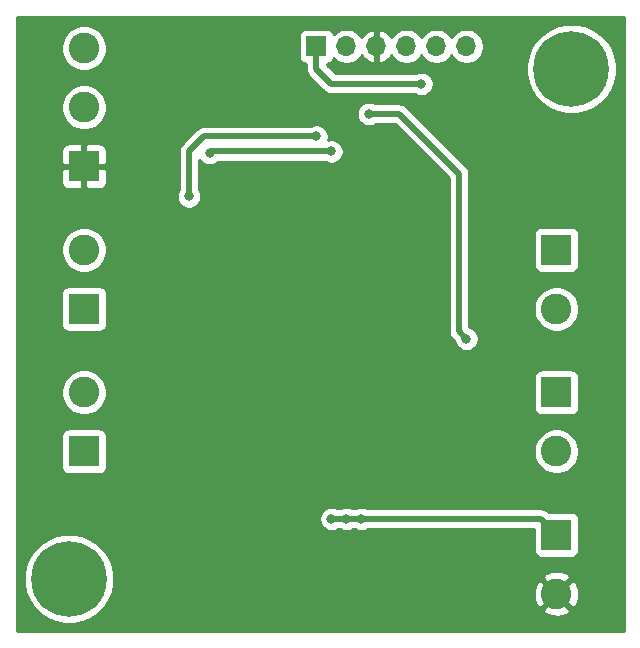
<source format=gbr>
G04 #@! TF.GenerationSoftware,KiCad,Pcbnew,(5.1.5)-3*
G04 #@! TF.CreationDate,2020-06-25T10:52:07+02:00*
G04 #@! TF.ProjectId,VacTool,56616354-6f6f-46c2-9e6b-696361645f70,v0.0*
G04 #@! TF.SameCoordinates,Original*
G04 #@! TF.FileFunction,Copper,L2,Bot*
G04 #@! TF.FilePolarity,Positive*
%FSLAX46Y46*%
G04 Gerber Fmt 4.6, Leading zero omitted, Abs format (unit mm)*
G04 Created by KiCad (PCBNEW (5.1.5)-3) date 2020-06-25 10:52:07*
%MOMM*%
%LPD*%
G04 APERTURE LIST*
%ADD10C,2.600000*%
%ADD11R,2.600000X2.600000*%
%ADD12C,0.800000*%
%ADD13C,6.400000*%
%ADD14O,1.700000X1.700000*%
%ADD15R,1.700000X1.700000*%
%ADD16C,0.500000*%
%ADD17C,0.254000*%
G04 APERTURE END LIST*
D10*
X129540000Y-74455000D03*
X129540000Y-79455000D03*
D11*
X129540000Y-84455000D03*
D10*
X169545000Y-108585000D03*
D11*
X169545000Y-103585000D03*
D10*
X129540000Y-91520000D03*
D11*
X129540000Y-96520000D03*
D10*
X129540000Y-103585000D03*
D11*
X129540000Y-108585000D03*
D10*
X169545000Y-96520000D03*
D11*
X169545000Y-91520000D03*
D10*
X169545000Y-120650000D03*
D11*
X169545000Y-115650000D03*
D12*
X172512056Y-74502944D03*
X170815000Y-73800000D03*
X169117944Y-74502944D03*
X168415000Y-76200000D03*
X169117944Y-77897056D03*
X170815000Y-78600000D03*
X172512056Y-77897056D03*
X173215000Y-76200000D03*
D13*
X170815000Y-76200000D03*
D12*
X129967056Y-117682944D03*
X128270000Y-116980000D03*
X126572944Y-117682944D03*
X125870000Y-119380000D03*
X126572944Y-121077056D03*
X128270000Y-121780000D03*
X129967056Y-121077056D03*
X130670000Y-119380000D03*
D13*
X128270000Y-119380000D03*
D14*
X161925000Y-74295000D03*
X159385000Y-74295000D03*
X156845000Y-74295000D03*
X154305000Y-74295000D03*
X151765000Y-74295000D03*
D15*
X149225000Y-74295000D03*
D12*
X142240000Y-89535000D03*
X150495000Y-83185000D03*
X140182500Y-83337500D03*
X150495000Y-114300000D03*
X151765000Y-114300000D03*
X153035000Y-114300000D03*
X150495000Y-114300000D03*
X149225000Y-81915000D03*
X138430000Y-86995000D03*
X158115000Y-77470000D03*
X161925000Y-99060000D03*
X153670000Y-80010000D03*
D16*
X150495000Y-83185000D02*
X140335000Y-83185000D01*
X140335000Y-83185000D02*
X140182500Y-83337500D01*
X153035000Y-114300000D02*
X150495000Y-114300000D01*
X168195000Y-114300000D02*
X169545000Y-115650000D01*
X150495000Y-114300000D02*
X168195000Y-114300000D01*
X149225000Y-81915000D02*
X139700000Y-81915000D01*
X138430000Y-83185000D02*
X138430000Y-86995000D01*
X139700000Y-81915000D02*
X138430000Y-83185000D01*
X158115000Y-77470000D02*
X150495000Y-77470000D01*
X149225000Y-76200000D02*
X149225000Y-74295000D01*
X150495000Y-77470000D02*
X149225000Y-76200000D01*
X161925000Y-99060000D02*
X161290000Y-98425000D01*
X161290000Y-98425000D02*
X161290000Y-85090000D01*
X161290000Y-85090000D02*
X156210000Y-80010000D01*
X156210000Y-80010000D02*
X153670000Y-80010000D01*
D17*
G36*
X175235001Y-83152572D02*
G01*
X175235000Y-83152582D01*
X175235001Y-123800000D01*
X123850000Y-123800000D01*
X123850000Y-119002285D01*
X124435000Y-119002285D01*
X124435000Y-119757715D01*
X124582377Y-120498628D01*
X124871467Y-121196554D01*
X125291161Y-121824670D01*
X125825330Y-122358839D01*
X126453446Y-122778533D01*
X127151372Y-123067623D01*
X127892285Y-123215000D01*
X128647715Y-123215000D01*
X129388628Y-123067623D01*
X130086554Y-122778533D01*
X130714670Y-122358839D01*
X131074285Y-121999224D01*
X168375381Y-121999224D01*
X168507317Y-122294312D01*
X168848045Y-122465159D01*
X169215557Y-122566250D01*
X169595729Y-122593701D01*
X169973951Y-122546457D01*
X170335690Y-122426333D01*
X170582683Y-122294312D01*
X170714619Y-121999224D01*
X169545000Y-120829605D01*
X168375381Y-121999224D01*
X131074285Y-121999224D01*
X131248839Y-121824670D01*
X131668533Y-121196554D01*
X131873910Y-120700729D01*
X167601299Y-120700729D01*
X167648543Y-121078951D01*
X167768667Y-121440690D01*
X167900688Y-121687683D01*
X168195776Y-121819619D01*
X169365395Y-120650000D01*
X169724605Y-120650000D01*
X170894224Y-121819619D01*
X171189312Y-121687683D01*
X171360159Y-121346955D01*
X171461250Y-120979443D01*
X171488701Y-120599271D01*
X171441457Y-120221049D01*
X171321333Y-119859310D01*
X171189312Y-119612317D01*
X170894224Y-119480381D01*
X169724605Y-120650000D01*
X169365395Y-120650000D01*
X168195776Y-119480381D01*
X167900688Y-119612317D01*
X167729841Y-119953045D01*
X167628750Y-120320557D01*
X167601299Y-120700729D01*
X131873910Y-120700729D01*
X131957623Y-120498628D01*
X132105000Y-119757715D01*
X132105000Y-119300776D01*
X168375381Y-119300776D01*
X169545000Y-120470395D01*
X170714619Y-119300776D01*
X170582683Y-119005688D01*
X170241955Y-118834841D01*
X169874443Y-118733750D01*
X169494271Y-118706299D01*
X169116049Y-118753543D01*
X168754310Y-118873667D01*
X168507317Y-119005688D01*
X168375381Y-119300776D01*
X132105000Y-119300776D01*
X132105000Y-119002285D01*
X131957623Y-118261372D01*
X131668533Y-117563446D01*
X131248839Y-116935330D01*
X130714670Y-116401161D01*
X130086554Y-115981467D01*
X129388628Y-115692377D01*
X128647715Y-115545000D01*
X127892285Y-115545000D01*
X127151372Y-115692377D01*
X126453446Y-115981467D01*
X125825330Y-116401161D01*
X125291161Y-116935330D01*
X124871467Y-117563446D01*
X124582377Y-118261372D01*
X124435000Y-119002285D01*
X123850000Y-119002285D01*
X123850000Y-114198061D01*
X149460000Y-114198061D01*
X149460000Y-114401939D01*
X149499774Y-114601898D01*
X149577795Y-114790256D01*
X149691063Y-114959774D01*
X149835226Y-115103937D01*
X150004744Y-115217205D01*
X150193102Y-115295226D01*
X150393061Y-115335000D01*
X150596939Y-115335000D01*
X150796898Y-115295226D01*
X150985256Y-115217205D01*
X151033454Y-115185000D01*
X151226546Y-115185000D01*
X151274744Y-115217205D01*
X151463102Y-115295226D01*
X151663061Y-115335000D01*
X151866939Y-115335000D01*
X152066898Y-115295226D01*
X152255256Y-115217205D01*
X152303454Y-115185000D01*
X152496546Y-115185000D01*
X152544744Y-115217205D01*
X152733102Y-115295226D01*
X152933061Y-115335000D01*
X153136939Y-115335000D01*
X153336898Y-115295226D01*
X153525256Y-115217205D01*
X153573454Y-115185000D01*
X167606928Y-115185000D01*
X167606928Y-116950000D01*
X167619188Y-117074482D01*
X167655498Y-117194180D01*
X167714463Y-117304494D01*
X167793815Y-117401185D01*
X167890506Y-117480537D01*
X168000820Y-117539502D01*
X168120518Y-117575812D01*
X168245000Y-117588072D01*
X170845000Y-117588072D01*
X170969482Y-117575812D01*
X171089180Y-117539502D01*
X171199494Y-117480537D01*
X171296185Y-117401185D01*
X171375537Y-117304494D01*
X171434502Y-117194180D01*
X171470812Y-117074482D01*
X171483072Y-116950000D01*
X171483072Y-114350000D01*
X171470812Y-114225518D01*
X171434502Y-114105820D01*
X171375537Y-113995506D01*
X171296185Y-113898815D01*
X171199494Y-113819463D01*
X171089180Y-113760498D01*
X170969482Y-113724188D01*
X170845000Y-113711928D01*
X168858506Y-113711928D01*
X168851534Y-113704956D01*
X168823817Y-113671183D01*
X168689059Y-113560589D01*
X168535313Y-113478411D01*
X168368490Y-113427805D01*
X168238477Y-113415000D01*
X168238469Y-113415000D01*
X168195000Y-113410719D01*
X168151531Y-113415000D01*
X153573454Y-113415000D01*
X153525256Y-113382795D01*
X153336898Y-113304774D01*
X153136939Y-113265000D01*
X152933061Y-113265000D01*
X152733102Y-113304774D01*
X152544744Y-113382795D01*
X152496546Y-113415000D01*
X152303454Y-113415000D01*
X152255256Y-113382795D01*
X152066898Y-113304774D01*
X151866939Y-113265000D01*
X151663061Y-113265000D01*
X151463102Y-113304774D01*
X151274744Y-113382795D01*
X151226546Y-113415000D01*
X151033454Y-113415000D01*
X150985256Y-113382795D01*
X150796898Y-113304774D01*
X150596939Y-113265000D01*
X150393061Y-113265000D01*
X150193102Y-113304774D01*
X150004744Y-113382795D01*
X149835226Y-113496063D01*
X149691063Y-113640226D01*
X149577795Y-113809744D01*
X149499774Y-113998102D01*
X149460000Y-114198061D01*
X123850000Y-114198061D01*
X123850000Y-107285000D01*
X127601928Y-107285000D01*
X127601928Y-109885000D01*
X127614188Y-110009482D01*
X127650498Y-110129180D01*
X127709463Y-110239494D01*
X127788815Y-110336185D01*
X127885506Y-110415537D01*
X127995820Y-110474502D01*
X128115518Y-110510812D01*
X128240000Y-110523072D01*
X130840000Y-110523072D01*
X130964482Y-110510812D01*
X131084180Y-110474502D01*
X131194494Y-110415537D01*
X131291185Y-110336185D01*
X131370537Y-110239494D01*
X131429502Y-110129180D01*
X131465812Y-110009482D01*
X131478072Y-109885000D01*
X131478072Y-108394419D01*
X167610000Y-108394419D01*
X167610000Y-108775581D01*
X167684361Y-109149419D01*
X167830225Y-109501566D01*
X168041987Y-109818491D01*
X168311509Y-110088013D01*
X168628434Y-110299775D01*
X168980581Y-110445639D01*
X169354419Y-110520000D01*
X169735581Y-110520000D01*
X170109419Y-110445639D01*
X170461566Y-110299775D01*
X170778491Y-110088013D01*
X171048013Y-109818491D01*
X171259775Y-109501566D01*
X171405639Y-109149419D01*
X171480000Y-108775581D01*
X171480000Y-108394419D01*
X171405639Y-108020581D01*
X171259775Y-107668434D01*
X171048013Y-107351509D01*
X170778491Y-107081987D01*
X170461566Y-106870225D01*
X170109419Y-106724361D01*
X169735581Y-106650000D01*
X169354419Y-106650000D01*
X168980581Y-106724361D01*
X168628434Y-106870225D01*
X168311509Y-107081987D01*
X168041987Y-107351509D01*
X167830225Y-107668434D01*
X167684361Y-108020581D01*
X167610000Y-108394419D01*
X131478072Y-108394419D01*
X131478072Y-107285000D01*
X131465812Y-107160518D01*
X131429502Y-107040820D01*
X131370537Y-106930506D01*
X131291185Y-106833815D01*
X131194494Y-106754463D01*
X131084180Y-106695498D01*
X130964482Y-106659188D01*
X130840000Y-106646928D01*
X128240000Y-106646928D01*
X128115518Y-106659188D01*
X127995820Y-106695498D01*
X127885506Y-106754463D01*
X127788815Y-106833815D01*
X127709463Y-106930506D01*
X127650498Y-107040820D01*
X127614188Y-107160518D01*
X127601928Y-107285000D01*
X123850000Y-107285000D01*
X123850000Y-103394419D01*
X127605000Y-103394419D01*
X127605000Y-103775581D01*
X127679361Y-104149419D01*
X127825225Y-104501566D01*
X128036987Y-104818491D01*
X128306509Y-105088013D01*
X128623434Y-105299775D01*
X128975581Y-105445639D01*
X129349419Y-105520000D01*
X129730581Y-105520000D01*
X130104419Y-105445639D01*
X130456566Y-105299775D01*
X130773491Y-105088013D01*
X131043013Y-104818491D01*
X131254775Y-104501566D01*
X131400639Y-104149419D01*
X131475000Y-103775581D01*
X131475000Y-103394419D01*
X131400639Y-103020581D01*
X131254775Y-102668434D01*
X131043013Y-102351509D01*
X130976504Y-102285000D01*
X167606928Y-102285000D01*
X167606928Y-104885000D01*
X167619188Y-105009482D01*
X167655498Y-105129180D01*
X167714463Y-105239494D01*
X167793815Y-105336185D01*
X167890506Y-105415537D01*
X168000820Y-105474502D01*
X168120518Y-105510812D01*
X168245000Y-105523072D01*
X170845000Y-105523072D01*
X170969482Y-105510812D01*
X171089180Y-105474502D01*
X171199494Y-105415537D01*
X171296185Y-105336185D01*
X171375537Y-105239494D01*
X171434502Y-105129180D01*
X171470812Y-105009482D01*
X171483072Y-104885000D01*
X171483072Y-102285000D01*
X171470812Y-102160518D01*
X171434502Y-102040820D01*
X171375537Y-101930506D01*
X171296185Y-101833815D01*
X171199494Y-101754463D01*
X171089180Y-101695498D01*
X170969482Y-101659188D01*
X170845000Y-101646928D01*
X168245000Y-101646928D01*
X168120518Y-101659188D01*
X168000820Y-101695498D01*
X167890506Y-101754463D01*
X167793815Y-101833815D01*
X167714463Y-101930506D01*
X167655498Y-102040820D01*
X167619188Y-102160518D01*
X167606928Y-102285000D01*
X130976504Y-102285000D01*
X130773491Y-102081987D01*
X130456566Y-101870225D01*
X130104419Y-101724361D01*
X129730581Y-101650000D01*
X129349419Y-101650000D01*
X128975581Y-101724361D01*
X128623434Y-101870225D01*
X128306509Y-102081987D01*
X128036987Y-102351509D01*
X127825225Y-102668434D01*
X127679361Y-103020581D01*
X127605000Y-103394419D01*
X123850000Y-103394419D01*
X123850000Y-95220000D01*
X127601928Y-95220000D01*
X127601928Y-97820000D01*
X127614188Y-97944482D01*
X127650498Y-98064180D01*
X127709463Y-98174494D01*
X127788815Y-98271185D01*
X127885506Y-98350537D01*
X127995820Y-98409502D01*
X128115518Y-98445812D01*
X128240000Y-98458072D01*
X130840000Y-98458072D01*
X130964482Y-98445812D01*
X131084180Y-98409502D01*
X131194494Y-98350537D01*
X131291185Y-98271185D01*
X131370537Y-98174494D01*
X131429502Y-98064180D01*
X131465812Y-97944482D01*
X131478072Y-97820000D01*
X131478072Y-95220000D01*
X131465812Y-95095518D01*
X131429502Y-94975820D01*
X131370537Y-94865506D01*
X131291185Y-94768815D01*
X131194494Y-94689463D01*
X131084180Y-94630498D01*
X130964482Y-94594188D01*
X130840000Y-94581928D01*
X128240000Y-94581928D01*
X128115518Y-94594188D01*
X127995820Y-94630498D01*
X127885506Y-94689463D01*
X127788815Y-94768815D01*
X127709463Y-94865506D01*
X127650498Y-94975820D01*
X127614188Y-95095518D01*
X127601928Y-95220000D01*
X123850000Y-95220000D01*
X123850000Y-91329419D01*
X127605000Y-91329419D01*
X127605000Y-91710581D01*
X127679361Y-92084419D01*
X127825225Y-92436566D01*
X128036987Y-92753491D01*
X128306509Y-93023013D01*
X128623434Y-93234775D01*
X128975581Y-93380639D01*
X129349419Y-93455000D01*
X129730581Y-93455000D01*
X130104419Y-93380639D01*
X130456566Y-93234775D01*
X130773491Y-93023013D01*
X131043013Y-92753491D01*
X131254775Y-92436566D01*
X131400639Y-92084419D01*
X131475000Y-91710581D01*
X131475000Y-91329419D01*
X131400639Y-90955581D01*
X131254775Y-90603434D01*
X131043013Y-90286509D01*
X130773491Y-90016987D01*
X130456566Y-89805225D01*
X130104419Y-89659361D01*
X129730581Y-89585000D01*
X129349419Y-89585000D01*
X128975581Y-89659361D01*
X128623434Y-89805225D01*
X128306509Y-90016987D01*
X128036987Y-90286509D01*
X127825225Y-90603434D01*
X127679361Y-90955581D01*
X127605000Y-91329419D01*
X123850000Y-91329419D01*
X123850000Y-86893061D01*
X137395000Y-86893061D01*
X137395000Y-87096939D01*
X137434774Y-87296898D01*
X137512795Y-87485256D01*
X137626063Y-87654774D01*
X137770226Y-87798937D01*
X137939744Y-87912205D01*
X138128102Y-87990226D01*
X138328061Y-88030000D01*
X138531939Y-88030000D01*
X138731898Y-87990226D01*
X138920256Y-87912205D01*
X139089774Y-87798937D01*
X139233937Y-87654774D01*
X139347205Y-87485256D01*
X139425226Y-87296898D01*
X139465000Y-87096939D01*
X139465000Y-86893061D01*
X139425226Y-86693102D01*
X139347205Y-86504744D01*
X139315000Y-86456546D01*
X139315000Y-83902145D01*
X139378563Y-83997274D01*
X139522726Y-84141437D01*
X139692244Y-84254705D01*
X139880602Y-84332726D01*
X140080561Y-84372500D01*
X140284439Y-84372500D01*
X140484398Y-84332726D01*
X140672756Y-84254705D01*
X140842274Y-84141437D01*
X140913711Y-84070000D01*
X149956546Y-84070000D01*
X150004744Y-84102205D01*
X150193102Y-84180226D01*
X150393061Y-84220000D01*
X150596939Y-84220000D01*
X150796898Y-84180226D01*
X150985256Y-84102205D01*
X151154774Y-83988937D01*
X151298937Y-83844774D01*
X151412205Y-83675256D01*
X151490226Y-83486898D01*
X151530000Y-83286939D01*
X151530000Y-83083061D01*
X151490226Y-82883102D01*
X151412205Y-82694744D01*
X151298937Y-82525226D01*
X151154774Y-82381063D01*
X150985256Y-82267795D01*
X150796898Y-82189774D01*
X150596939Y-82150000D01*
X150393061Y-82150000D01*
X150226961Y-82183039D01*
X150260000Y-82016939D01*
X150260000Y-81813061D01*
X150220226Y-81613102D01*
X150142205Y-81424744D01*
X150028937Y-81255226D01*
X149884774Y-81111063D01*
X149715256Y-80997795D01*
X149526898Y-80919774D01*
X149326939Y-80880000D01*
X149123061Y-80880000D01*
X148923102Y-80919774D01*
X148734744Y-80997795D01*
X148686546Y-81030000D01*
X139743465Y-81030000D01*
X139699999Y-81025719D01*
X139656533Y-81030000D01*
X139656523Y-81030000D01*
X139526510Y-81042805D01*
X139359687Y-81093411D01*
X139205941Y-81175589D01*
X139205939Y-81175590D01*
X139205940Y-81175590D01*
X139104953Y-81258468D01*
X139104951Y-81258470D01*
X139071183Y-81286183D01*
X139043470Y-81319951D01*
X137834956Y-82528466D01*
X137801183Y-82556183D01*
X137690589Y-82690942D01*
X137608411Y-82844688D01*
X137557805Y-83011511D01*
X137545000Y-83141524D01*
X137545000Y-83141531D01*
X137540719Y-83185000D01*
X137545000Y-83228469D01*
X137545001Y-86456544D01*
X137512795Y-86504744D01*
X137434774Y-86693102D01*
X137395000Y-86893061D01*
X123850000Y-86893061D01*
X123850000Y-85755000D01*
X127601928Y-85755000D01*
X127614188Y-85879482D01*
X127650498Y-85999180D01*
X127709463Y-86109494D01*
X127788815Y-86206185D01*
X127885506Y-86285537D01*
X127995820Y-86344502D01*
X128115518Y-86380812D01*
X128240000Y-86393072D01*
X129254250Y-86390000D01*
X129413000Y-86231250D01*
X129413000Y-84582000D01*
X129667000Y-84582000D01*
X129667000Y-86231250D01*
X129825750Y-86390000D01*
X130840000Y-86393072D01*
X130964482Y-86380812D01*
X131084180Y-86344502D01*
X131194494Y-86285537D01*
X131291185Y-86206185D01*
X131370537Y-86109494D01*
X131429502Y-85999180D01*
X131465812Y-85879482D01*
X131478072Y-85755000D01*
X131475000Y-84740750D01*
X131316250Y-84582000D01*
X129667000Y-84582000D01*
X129413000Y-84582000D01*
X127763750Y-84582000D01*
X127605000Y-84740750D01*
X127601928Y-85755000D01*
X123850000Y-85755000D01*
X123850000Y-83155000D01*
X127601928Y-83155000D01*
X127605000Y-84169250D01*
X127763750Y-84328000D01*
X129413000Y-84328000D01*
X129413000Y-82678750D01*
X129667000Y-82678750D01*
X129667000Y-84328000D01*
X131316250Y-84328000D01*
X131475000Y-84169250D01*
X131478072Y-83155000D01*
X131465812Y-83030518D01*
X131429502Y-82910820D01*
X131370537Y-82800506D01*
X131291185Y-82703815D01*
X131194494Y-82624463D01*
X131084180Y-82565498D01*
X130964482Y-82529188D01*
X130840000Y-82516928D01*
X129825750Y-82520000D01*
X129667000Y-82678750D01*
X129413000Y-82678750D01*
X129254250Y-82520000D01*
X128240000Y-82516928D01*
X128115518Y-82529188D01*
X127995820Y-82565498D01*
X127885506Y-82624463D01*
X127788815Y-82703815D01*
X127709463Y-82800506D01*
X127650498Y-82910820D01*
X127614188Y-83030518D01*
X127601928Y-83155000D01*
X123850000Y-83155000D01*
X123850000Y-79264419D01*
X127605000Y-79264419D01*
X127605000Y-79645581D01*
X127679361Y-80019419D01*
X127825225Y-80371566D01*
X128036987Y-80688491D01*
X128306509Y-80958013D01*
X128623434Y-81169775D01*
X128975581Y-81315639D01*
X129349419Y-81390000D01*
X129730581Y-81390000D01*
X130104419Y-81315639D01*
X130456566Y-81169775D01*
X130773491Y-80958013D01*
X131043013Y-80688491D01*
X131254775Y-80371566D01*
X131400639Y-80019419D01*
X131422789Y-79908061D01*
X152635000Y-79908061D01*
X152635000Y-80111939D01*
X152674774Y-80311898D01*
X152752795Y-80500256D01*
X152866063Y-80669774D01*
X153010226Y-80813937D01*
X153179744Y-80927205D01*
X153368102Y-81005226D01*
X153568061Y-81045000D01*
X153771939Y-81045000D01*
X153971898Y-81005226D01*
X154160256Y-80927205D01*
X154208454Y-80895000D01*
X155843422Y-80895000D01*
X160405001Y-85456580D01*
X160405000Y-98381531D01*
X160400719Y-98425000D01*
X160405000Y-98468469D01*
X160405000Y-98468476D01*
X160417805Y-98598489D01*
X160468411Y-98765312D01*
X160550589Y-98919058D01*
X160661183Y-99053817D01*
X160694956Y-99081534D01*
X160918465Y-99305043D01*
X160929774Y-99361898D01*
X161007795Y-99550256D01*
X161121063Y-99719774D01*
X161265226Y-99863937D01*
X161434744Y-99977205D01*
X161623102Y-100055226D01*
X161823061Y-100095000D01*
X162026939Y-100095000D01*
X162226898Y-100055226D01*
X162415256Y-99977205D01*
X162584774Y-99863937D01*
X162728937Y-99719774D01*
X162842205Y-99550256D01*
X162920226Y-99361898D01*
X162960000Y-99161939D01*
X162960000Y-98958061D01*
X162920226Y-98758102D01*
X162842205Y-98569744D01*
X162728937Y-98400226D01*
X162584774Y-98256063D01*
X162415256Y-98142795D01*
X162226898Y-98064774D01*
X162175000Y-98054451D01*
X162175000Y-96329419D01*
X167610000Y-96329419D01*
X167610000Y-96710581D01*
X167684361Y-97084419D01*
X167830225Y-97436566D01*
X168041987Y-97753491D01*
X168311509Y-98023013D01*
X168628434Y-98234775D01*
X168980581Y-98380639D01*
X169354419Y-98455000D01*
X169735581Y-98455000D01*
X170109419Y-98380639D01*
X170461566Y-98234775D01*
X170778491Y-98023013D01*
X171048013Y-97753491D01*
X171259775Y-97436566D01*
X171405639Y-97084419D01*
X171480000Y-96710581D01*
X171480000Y-96329419D01*
X171405639Y-95955581D01*
X171259775Y-95603434D01*
X171048013Y-95286509D01*
X170778491Y-95016987D01*
X170461566Y-94805225D01*
X170109419Y-94659361D01*
X169735581Y-94585000D01*
X169354419Y-94585000D01*
X168980581Y-94659361D01*
X168628434Y-94805225D01*
X168311509Y-95016987D01*
X168041987Y-95286509D01*
X167830225Y-95603434D01*
X167684361Y-95955581D01*
X167610000Y-96329419D01*
X162175000Y-96329419D01*
X162175000Y-90220000D01*
X167606928Y-90220000D01*
X167606928Y-92820000D01*
X167619188Y-92944482D01*
X167655498Y-93064180D01*
X167714463Y-93174494D01*
X167793815Y-93271185D01*
X167890506Y-93350537D01*
X168000820Y-93409502D01*
X168120518Y-93445812D01*
X168245000Y-93458072D01*
X170845000Y-93458072D01*
X170969482Y-93445812D01*
X171089180Y-93409502D01*
X171199494Y-93350537D01*
X171296185Y-93271185D01*
X171375537Y-93174494D01*
X171434502Y-93064180D01*
X171470812Y-92944482D01*
X171483072Y-92820000D01*
X171483072Y-90220000D01*
X171470812Y-90095518D01*
X171434502Y-89975820D01*
X171375537Y-89865506D01*
X171296185Y-89768815D01*
X171199494Y-89689463D01*
X171089180Y-89630498D01*
X170969482Y-89594188D01*
X170845000Y-89581928D01*
X168245000Y-89581928D01*
X168120518Y-89594188D01*
X168000820Y-89630498D01*
X167890506Y-89689463D01*
X167793815Y-89768815D01*
X167714463Y-89865506D01*
X167655498Y-89975820D01*
X167619188Y-90095518D01*
X167606928Y-90220000D01*
X162175000Y-90220000D01*
X162175000Y-85133469D01*
X162179281Y-85090000D01*
X162175000Y-85046531D01*
X162175000Y-85046523D01*
X162162195Y-84916510D01*
X162111589Y-84749687D01*
X162029411Y-84595941D01*
X161918817Y-84461183D01*
X161885049Y-84433470D01*
X156866534Y-79414956D01*
X156838817Y-79381183D01*
X156704059Y-79270589D01*
X156550313Y-79188411D01*
X156383490Y-79137805D01*
X156253477Y-79125000D01*
X156253469Y-79125000D01*
X156210000Y-79120719D01*
X156166531Y-79125000D01*
X154208454Y-79125000D01*
X154160256Y-79092795D01*
X153971898Y-79014774D01*
X153771939Y-78975000D01*
X153568061Y-78975000D01*
X153368102Y-79014774D01*
X153179744Y-79092795D01*
X153010226Y-79206063D01*
X152866063Y-79350226D01*
X152752795Y-79519744D01*
X152674774Y-79708102D01*
X152635000Y-79908061D01*
X131422789Y-79908061D01*
X131475000Y-79645581D01*
X131475000Y-79264419D01*
X131400639Y-78890581D01*
X131254775Y-78538434D01*
X131043013Y-78221509D01*
X130773491Y-77951987D01*
X130456566Y-77740225D01*
X130104419Y-77594361D01*
X129730581Y-77520000D01*
X129349419Y-77520000D01*
X128975581Y-77594361D01*
X128623434Y-77740225D01*
X128306509Y-77951987D01*
X128036987Y-78221509D01*
X127825225Y-78538434D01*
X127679361Y-78890581D01*
X127605000Y-79264419D01*
X123850000Y-79264419D01*
X123850000Y-74264419D01*
X127605000Y-74264419D01*
X127605000Y-74645581D01*
X127679361Y-75019419D01*
X127825225Y-75371566D01*
X128036987Y-75688491D01*
X128306509Y-75958013D01*
X128623434Y-76169775D01*
X128975581Y-76315639D01*
X129349419Y-76390000D01*
X129730581Y-76390000D01*
X130104419Y-76315639D01*
X130456566Y-76169775D01*
X130773491Y-75958013D01*
X131043013Y-75688491D01*
X131254775Y-75371566D01*
X131400639Y-75019419D01*
X131475000Y-74645581D01*
X131475000Y-74264419D01*
X131400639Y-73890581D01*
X131254775Y-73538434D01*
X131192345Y-73445000D01*
X147736928Y-73445000D01*
X147736928Y-75145000D01*
X147749188Y-75269482D01*
X147785498Y-75389180D01*
X147844463Y-75499494D01*
X147923815Y-75596185D01*
X148020506Y-75675537D01*
X148130820Y-75734502D01*
X148250518Y-75770812D01*
X148340000Y-75779625D01*
X148340000Y-76156531D01*
X148335719Y-76200000D01*
X148340000Y-76243469D01*
X148340000Y-76243476D01*
X148351212Y-76357314D01*
X148352805Y-76373490D01*
X148368157Y-76424096D01*
X148403411Y-76540312D01*
X148485589Y-76694058D01*
X148596183Y-76828817D01*
X148629956Y-76856534D01*
X149838470Y-78065049D01*
X149866183Y-78098817D01*
X149899951Y-78126530D01*
X149899953Y-78126532D01*
X149971452Y-78185210D01*
X150000941Y-78209411D01*
X150154687Y-78291589D01*
X150321510Y-78342195D01*
X150451523Y-78355000D01*
X150451533Y-78355000D01*
X150494999Y-78359281D01*
X150538465Y-78355000D01*
X157576546Y-78355000D01*
X157624744Y-78387205D01*
X157813102Y-78465226D01*
X158013061Y-78505000D01*
X158216939Y-78505000D01*
X158416898Y-78465226D01*
X158605256Y-78387205D01*
X158774774Y-78273937D01*
X158918937Y-78129774D01*
X159032205Y-77960256D01*
X159110226Y-77771898D01*
X159150000Y-77571939D01*
X159150000Y-77368061D01*
X159110226Y-77168102D01*
X159032205Y-76979744D01*
X158918937Y-76810226D01*
X158774774Y-76666063D01*
X158605256Y-76552795D01*
X158416898Y-76474774D01*
X158216939Y-76435000D01*
X158013061Y-76435000D01*
X157813102Y-76474774D01*
X157624744Y-76552795D01*
X157576546Y-76585000D01*
X150861579Y-76585000D01*
X150110000Y-75833422D01*
X150110000Y-75822285D01*
X166980000Y-75822285D01*
X166980000Y-76577715D01*
X167127377Y-77318628D01*
X167416467Y-78016554D01*
X167836161Y-78644670D01*
X168370330Y-79178839D01*
X168998446Y-79598533D01*
X169696372Y-79887623D01*
X170437285Y-80035000D01*
X171192715Y-80035000D01*
X171933628Y-79887623D01*
X172631554Y-79598533D01*
X173259670Y-79178839D01*
X173793839Y-78644670D01*
X174213533Y-78016554D01*
X174502623Y-77318628D01*
X174650000Y-76577715D01*
X174650000Y-75822285D01*
X174502623Y-75081372D01*
X174213533Y-74383446D01*
X173793839Y-73755330D01*
X173259670Y-73221161D01*
X172631554Y-72801467D01*
X171933628Y-72512377D01*
X171192715Y-72365000D01*
X170437285Y-72365000D01*
X169696372Y-72512377D01*
X168998446Y-72801467D01*
X168370330Y-73221161D01*
X167836161Y-73755330D01*
X167416467Y-74383446D01*
X167127377Y-75081372D01*
X166980000Y-75822285D01*
X150110000Y-75822285D01*
X150110000Y-75779625D01*
X150199482Y-75770812D01*
X150319180Y-75734502D01*
X150429494Y-75675537D01*
X150526185Y-75596185D01*
X150605537Y-75499494D01*
X150664502Y-75389180D01*
X150686513Y-75316620D01*
X150818368Y-75448475D01*
X151061589Y-75610990D01*
X151331842Y-75722932D01*
X151618740Y-75780000D01*
X151911260Y-75780000D01*
X152198158Y-75722932D01*
X152468411Y-75610990D01*
X152711632Y-75448475D01*
X152918475Y-75241632D01*
X153040195Y-75059466D01*
X153109822Y-75176355D01*
X153304731Y-75392588D01*
X153538080Y-75566641D01*
X153800901Y-75691825D01*
X153948110Y-75736476D01*
X154178000Y-75615155D01*
X154178000Y-74422000D01*
X154158000Y-74422000D01*
X154158000Y-74168000D01*
X154178000Y-74168000D01*
X154178000Y-72974845D01*
X154432000Y-72974845D01*
X154432000Y-74168000D01*
X154452000Y-74168000D01*
X154452000Y-74422000D01*
X154432000Y-74422000D01*
X154432000Y-75615155D01*
X154661890Y-75736476D01*
X154809099Y-75691825D01*
X155071920Y-75566641D01*
X155305269Y-75392588D01*
X155500178Y-75176355D01*
X155569805Y-75059466D01*
X155691525Y-75241632D01*
X155898368Y-75448475D01*
X156141589Y-75610990D01*
X156411842Y-75722932D01*
X156698740Y-75780000D01*
X156991260Y-75780000D01*
X157278158Y-75722932D01*
X157548411Y-75610990D01*
X157791632Y-75448475D01*
X157998475Y-75241632D01*
X158115000Y-75067240D01*
X158231525Y-75241632D01*
X158438368Y-75448475D01*
X158681589Y-75610990D01*
X158951842Y-75722932D01*
X159238740Y-75780000D01*
X159531260Y-75780000D01*
X159818158Y-75722932D01*
X160088411Y-75610990D01*
X160331632Y-75448475D01*
X160538475Y-75241632D01*
X160655000Y-75067240D01*
X160771525Y-75241632D01*
X160978368Y-75448475D01*
X161221589Y-75610990D01*
X161491842Y-75722932D01*
X161778740Y-75780000D01*
X162071260Y-75780000D01*
X162358158Y-75722932D01*
X162628411Y-75610990D01*
X162871632Y-75448475D01*
X163078475Y-75241632D01*
X163240990Y-74998411D01*
X163352932Y-74728158D01*
X163410000Y-74441260D01*
X163410000Y-74148740D01*
X163352932Y-73861842D01*
X163240990Y-73591589D01*
X163078475Y-73348368D01*
X162871632Y-73141525D01*
X162628411Y-72979010D01*
X162358158Y-72867068D01*
X162071260Y-72810000D01*
X161778740Y-72810000D01*
X161491842Y-72867068D01*
X161221589Y-72979010D01*
X160978368Y-73141525D01*
X160771525Y-73348368D01*
X160655000Y-73522760D01*
X160538475Y-73348368D01*
X160331632Y-73141525D01*
X160088411Y-72979010D01*
X159818158Y-72867068D01*
X159531260Y-72810000D01*
X159238740Y-72810000D01*
X158951842Y-72867068D01*
X158681589Y-72979010D01*
X158438368Y-73141525D01*
X158231525Y-73348368D01*
X158115000Y-73522760D01*
X157998475Y-73348368D01*
X157791632Y-73141525D01*
X157548411Y-72979010D01*
X157278158Y-72867068D01*
X156991260Y-72810000D01*
X156698740Y-72810000D01*
X156411842Y-72867068D01*
X156141589Y-72979010D01*
X155898368Y-73141525D01*
X155691525Y-73348368D01*
X155569805Y-73530534D01*
X155500178Y-73413645D01*
X155305269Y-73197412D01*
X155071920Y-73023359D01*
X154809099Y-72898175D01*
X154661890Y-72853524D01*
X154432000Y-72974845D01*
X154178000Y-72974845D01*
X153948110Y-72853524D01*
X153800901Y-72898175D01*
X153538080Y-73023359D01*
X153304731Y-73197412D01*
X153109822Y-73413645D01*
X153040195Y-73530534D01*
X152918475Y-73348368D01*
X152711632Y-73141525D01*
X152468411Y-72979010D01*
X152198158Y-72867068D01*
X151911260Y-72810000D01*
X151618740Y-72810000D01*
X151331842Y-72867068D01*
X151061589Y-72979010D01*
X150818368Y-73141525D01*
X150686513Y-73273380D01*
X150664502Y-73200820D01*
X150605537Y-73090506D01*
X150526185Y-72993815D01*
X150429494Y-72914463D01*
X150319180Y-72855498D01*
X150199482Y-72819188D01*
X150075000Y-72806928D01*
X148375000Y-72806928D01*
X148250518Y-72819188D01*
X148130820Y-72855498D01*
X148020506Y-72914463D01*
X147923815Y-72993815D01*
X147844463Y-73090506D01*
X147785498Y-73200820D01*
X147749188Y-73320518D01*
X147736928Y-73445000D01*
X131192345Y-73445000D01*
X131043013Y-73221509D01*
X130773491Y-72951987D01*
X130456566Y-72740225D01*
X130104419Y-72594361D01*
X129730581Y-72520000D01*
X129349419Y-72520000D01*
X128975581Y-72594361D01*
X128623434Y-72740225D01*
X128306509Y-72951987D01*
X128036987Y-73221509D01*
X127825225Y-73538434D01*
X127679361Y-73890581D01*
X127605000Y-74264419D01*
X123850000Y-74264419D01*
X123850000Y-71780000D01*
X175235000Y-71780000D01*
X175235001Y-83152572D01*
G37*
X175235001Y-83152572D02*
X175235000Y-83152582D01*
X175235001Y-123800000D01*
X123850000Y-123800000D01*
X123850000Y-119002285D01*
X124435000Y-119002285D01*
X124435000Y-119757715D01*
X124582377Y-120498628D01*
X124871467Y-121196554D01*
X125291161Y-121824670D01*
X125825330Y-122358839D01*
X126453446Y-122778533D01*
X127151372Y-123067623D01*
X127892285Y-123215000D01*
X128647715Y-123215000D01*
X129388628Y-123067623D01*
X130086554Y-122778533D01*
X130714670Y-122358839D01*
X131074285Y-121999224D01*
X168375381Y-121999224D01*
X168507317Y-122294312D01*
X168848045Y-122465159D01*
X169215557Y-122566250D01*
X169595729Y-122593701D01*
X169973951Y-122546457D01*
X170335690Y-122426333D01*
X170582683Y-122294312D01*
X170714619Y-121999224D01*
X169545000Y-120829605D01*
X168375381Y-121999224D01*
X131074285Y-121999224D01*
X131248839Y-121824670D01*
X131668533Y-121196554D01*
X131873910Y-120700729D01*
X167601299Y-120700729D01*
X167648543Y-121078951D01*
X167768667Y-121440690D01*
X167900688Y-121687683D01*
X168195776Y-121819619D01*
X169365395Y-120650000D01*
X169724605Y-120650000D01*
X170894224Y-121819619D01*
X171189312Y-121687683D01*
X171360159Y-121346955D01*
X171461250Y-120979443D01*
X171488701Y-120599271D01*
X171441457Y-120221049D01*
X171321333Y-119859310D01*
X171189312Y-119612317D01*
X170894224Y-119480381D01*
X169724605Y-120650000D01*
X169365395Y-120650000D01*
X168195776Y-119480381D01*
X167900688Y-119612317D01*
X167729841Y-119953045D01*
X167628750Y-120320557D01*
X167601299Y-120700729D01*
X131873910Y-120700729D01*
X131957623Y-120498628D01*
X132105000Y-119757715D01*
X132105000Y-119300776D01*
X168375381Y-119300776D01*
X169545000Y-120470395D01*
X170714619Y-119300776D01*
X170582683Y-119005688D01*
X170241955Y-118834841D01*
X169874443Y-118733750D01*
X169494271Y-118706299D01*
X169116049Y-118753543D01*
X168754310Y-118873667D01*
X168507317Y-119005688D01*
X168375381Y-119300776D01*
X132105000Y-119300776D01*
X132105000Y-119002285D01*
X131957623Y-118261372D01*
X131668533Y-117563446D01*
X131248839Y-116935330D01*
X130714670Y-116401161D01*
X130086554Y-115981467D01*
X129388628Y-115692377D01*
X128647715Y-115545000D01*
X127892285Y-115545000D01*
X127151372Y-115692377D01*
X126453446Y-115981467D01*
X125825330Y-116401161D01*
X125291161Y-116935330D01*
X124871467Y-117563446D01*
X124582377Y-118261372D01*
X124435000Y-119002285D01*
X123850000Y-119002285D01*
X123850000Y-114198061D01*
X149460000Y-114198061D01*
X149460000Y-114401939D01*
X149499774Y-114601898D01*
X149577795Y-114790256D01*
X149691063Y-114959774D01*
X149835226Y-115103937D01*
X150004744Y-115217205D01*
X150193102Y-115295226D01*
X150393061Y-115335000D01*
X150596939Y-115335000D01*
X150796898Y-115295226D01*
X150985256Y-115217205D01*
X151033454Y-115185000D01*
X151226546Y-115185000D01*
X151274744Y-115217205D01*
X151463102Y-115295226D01*
X151663061Y-115335000D01*
X151866939Y-115335000D01*
X152066898Y-115295226D01*
X152255256Y-115217205D01*
X152303454Y-115185000D01*
X152496546Y-115185000D01*
X152544744Y-115217205D01*
X152733102Y-115295226D01*
X152933061Y-115335000D01*
X153136939Y-115335000D01*
X153336898Y-115295226D01*
X153525256Y-115217205D01*
X153573454Y-115185000D01*
X167606928Y-115185000D01*
X167606928Y-116950000D01*
X167619188Y-117074482D01*
X167655498Y-117194180D01*
X167714463Y-117304494D01*
X167793815Y-117401185D01*
X167890506Y-117480537D01*
X168000820Y-117539502D01*
X168120518Y-117575812D01*
X168245000Y-117588072D01*
X170845000Y-117588072D01*
X170969482Y-117575812D01*
X171089180Y-117539502D01*
X171199494Y-117480537D01*
X171296185Y-117401185D01*
X171375537Y-117304494D01*
X171434502Y-117194180D01*
X171470812Y-117074482D01*
X171483072Y-116950000D01*
X171483072Y-114350000D01*
X171470812Y-114225518D01*
X171434502Y-114105820D01*
X171375537Y-113995506D01*
X171296185Y-113898815D01*
X171199494Y-113819463D01*
X171089180Y-113760498D01*
X170969482Y-113724188D01*
X170845000Y-113711928D01*
X168858506Y-113711928D01*
X168851534Y-113704956D01*
X168823817Y-113671183D01*
X168689059Y-113560589D01*
X168535313Y-113478411D01*
X168368490Y-113427805D01*
X168238477Y-113415000D01*
X168238469Y-113415000D01*
X168195000Y-113410719D01*
X168151531Y-113415000D01*
X153573454Y-113415000D01*
X153525256Y-113382795D01*
X153336898Y-113304774D01*
X153136939Y-113265000D01*
X152933061Y-113265000D01*
X152733102Y-113304774D01*
X152544744Y-113382795D01*
X152496546Y-113415000D01*
X152303454Y-113415000D01*
X152255256Y-113382795D01*
X152066898Y-113304774D01*
X151866939Y-113265000D01*
X151663061Y-113265000D01*
X151463102Y-113304774D01*
X151274744Y-113382795D01*
X151226546Y-113415000D01*
X151033454Y-113415000D01*
X150985256Y-113382795D01*
X150796898Y-113304774D01*
X150596939Y-113265000D01*
X150393061Y-113265000D01*
X150193102Y-113304774D01*
X150004744Y-113382795D01*
X149835226Y-113496063D01*
X149691063Y-113640226D01*
X149577795Y-113809744D01*
X149499774Y-113998102D01*
X149460000Y-114198061D01*
X123850000Y-114198061D01*
X123850000Y-107285000D01*
X127601928Y-107285000D01*
X127601928Y-109885000D01*
X127614188Y-110009482D01*
X127650498Y-110129180D01*
X127709463Y-110239494D01*
X127788815Y-110336185D01*
X127885506Y-110415537D01*
X127995820Y-110474502D01*
X128115518Y-110510812D01*
X128240000Y-110523072D01*
X130840000Y-110523072D01*
X130964482Y-110510812D01*
X131084180Y-110474502D01*
X131194494Y-110415537D01*
X131291185Y-110336185D01*
X131370537Y-110239494D01*
X131429502Y-110129180D01*
X131465812Y-110009482D01*
X131478072Y-109885000D01*
X131478072Y-108394419D01*
X167610000Y-108394419D01*
X167610000Y-108775581D01*
X167684361Y-109149419D01*
X167830225Y-109501566D01*
X168041987Y-109818491D01*
X168311509Y-110088013D01*
X168628434Y-110299775D01*
X168980581Y-110445639D01*
X169354419Y-110520000D01*
X169735581Y-110520000D01*
X170109419Y-110445639D01*
X170461566Y-110299775D01*
X170778491Y-110088013D01*
X171048013Y-109818491D01*
X171259775Y-109501566D01*
X171405639Y-109149419D01*
X171480000Y-108775581D01*
X171480000Y-108394419D01*
X171405639Y-108020581D01*
X171259775Y-107668434D01*
X171048013Y-107351509D01*
X170778491Y-107081987D01*
X170461566Y-106870225D01*
X170109419Y-106724361D01*
X169735581Y-106650000D01*
X169354419Y-106650000D01*
X168980581Y-106724361D01*
X168628434Y-106870225D01*
X168311509Y-107081987D01*
X168041987Y-107351509D01*
X167830225Y-107668434D01*
X167684361Y-108020581D01*
X167610000Y-108394419D01*
X131478072Y-108394419D01*
X131478072Y-107285000D01*
X131465812Y-107160518D01*
X131429502Y-107040820D01*
X131370537Y-106930506D01*
X131291185Y-106833815D01*
X131194494Y-106754463D01*
X131084180Y-106695498D01*
X130964482Y-106659188D01*
X130840000Y-106646928D01*
X128240000Y-106646928D01*
X128115518Y-106659188D01*
X127995820Y-106695498D01*
X127885506Y-106754463D01*
X127788815Y-106833815D01*
X127709463Y-106930506D01*
X127650498Y-107040820D01*
X127614188Y-107160518D01*
X127601928Y-107285000D01*
X123850000Y-107285000D01*
X123850000Y-103394419D01*
X127605000Y-103394419D01*
X127605000Y-103775581D01*
X127679361Y-104149419D01*
X127825225Y-104501566D01*
X128036987Y-104818491D01*
X128306509Y-105088013D01*
X128623434Y-105299775D01*
X128975581Y-105445639D01*
X129349419Y-105520000D01*
X129730581Y-105520000D01*
X130104419Y-105445639D01*
X130456566Y-105299775D01*
X130773491Y-105088013D01*
X131043013Y-104818491D01*
X131254775Y-104501566D01*
X131400639Y-104149419D01*
X131475000Y-103775581D01*
X131475000Y-103394419D01*
X131400639Y-103020581D01*
X131254775Y-102668434D01*
X131043013Y-102351509D01*
X130976504Y-102285000D01*
X167606928Y-102285000D01*
X167606928Y-104885000D01*
X167619188Y-105009482D01*
X167655498Y-105129180D01*
X167714463Y-105239494D01*
X167793815Y-105336185D01*
X167890506Y-105415537D01*
X168000820Y-105474502D01*
X168120518Y-105510812D01*
X168245000Y-105523072D01*
X170845000Y-105523072D01*
X170969482Y-105510812D01*
X171089180Y-105474502D01*
X171199494Y-105415537D01*
X171296185Y-105336185D01*
X171375537Y-105239494D01*
X171434502Y-105129180D01*
X171470812Y-105009482D01*
X171483072Y-104885000D01*
X171483072Y-102285000D01*
X171470812Y-102160518D01*
X171434502Y-102040820D01*
X171375537Y-101930506D01*
X171296185Y-101833815D01*
X171199494Y-101754463D01*
X171089180Y-101695498D01*
X170969482Y-101659188D01*
X170845000Y-101646928D01*
X168245000Y-101646928D01*
X168120518Y-101659188D01*
X168000820Y-101695498D01*
X167890506Y-101754463D01*
X167793815Y-101833815D01*
X167714463Y-101930506D01*
X167655498Y-102040820D01*
X167619188Y-102160518D01*
X167606928Y-102285000D01*
X130976504Y-102285000D01*
X130773491Y-102081987D01*
X130456566Y-101870225D01*
X130104419Y-101724361D01*
X129730581Y-101650000D01*
X129349419Y-101650000D01*
X128975581Y-101724361D01*
X128623434Y-101870225D01*
X128306509Y-102081987D01*
X128036987Y-102351509D01*
X127825225Y-102668434D01*
X127679361Y-103020581D01*
X127605000Y-103394419D01*
X123850000Y-103394419D01*
X123850000Y-95220000D01*
X127601928Y-95220000D01*
X127601928Y-97820000D01*
X127614188Y-97944482D01*
X127650498Y-98064180D01*
X127709463Y-98174494D01*
X127788815Y-98271185D01*
X127885506Y-98350537D01*
X127995820Y-98409502D01*
X128115518Y-98445812D01*
X128240000Y-98458072D01*
X130840000Y-98458072D01*
X130964482Y-98445812D01*
X131084180Y-98409502D01*
X131194494Y-98350537D01*
X131291185Y-98271185D01*
X131370537Y-98174494D01*
X131429502Y-98064180D01*
X131465812Y-97944482D01*
X131478072Y-97820000D01*
X131478072Y-95220000D01*
X131465812Y-95095518D01*
X131429502Y-94975820D01*
X131370537Y-94865506D01*
X131291185Y-94768815D01*
X131194494Y-94689463D01*
X131084180Y-94630498D01*
X130964482Y-94594188D01*
X130840000Y-94581928D01*
X128240000Y-94581928D01*
X128115518Y-94594188D01*
X127995820Y-94630498D01*
X127885506Y-94689463D01*
X127788815Y-94768815D01*
X127709463Y-94865506D01*
X127650498Y-94975820D01*
X127614188Y-95095518D01*
X127601928Y-95220000D01*
X123850000Y-95220000D01*
X123850000Y-91329419D01*
X127605000Y-91329419D01*
X127605000Y-91710581D01*
X127679361Y-92084419D01*
X127825225Y-92436566D01*
X128036987Y-92753491D01*
X128306509Y-93023013D01*
X128623434Y-93234775D01*
X128975581Y-93380639D01*
X129349419Y-93455000D01*
X129730581Y-93455000D01*
X130104419Y-93380639D01*
X130456566Y-93234775D01*
X130773491Y-93023013D01*
X131043013Y-92753491D01*
X131254775Y-92436566D01*
X131400639Y-92084419D01*
X131475000Y-91710581D01*
X131475000Y-91329419D01*
X131400639Y-90955581D01*
X131254775Y-90603434D01*
X131043013Y-90286509D01*
X130773491Y-90016987D01*
X130456566Y-89805225D01*
X130104419Y-89659361D01*
X129730581Y-89585000D01*
X129349419Y-89585000D01*
X128975581Y-89659361D01*
X128623434Y-89805225D01*
X128306509Y-90016987D01*
X128036987Y-90286509D01*
X127825225Y-90603434D01*
X127679361Y-90955581D01*
X127605000Y-91329419D01*
X123850000Y-91329419D01*
X123850000Y-86893061D01*
X137395000Y-86893061D01*
X137395000Y-87096939D01*
X137434774Y-87296898D01*
X137512795Y-87485256D01*
X137626063Y-87654774D01*
X137770226Y-87798937D01*
X137939744Y-87912205D01*
X138128102Y-87990226D01*
X138328061Y-88030000D01*
X138531939Y-88030000D01*
X138731898Y-87990226D01*
X138920256Y-87912205D01*
X139089774Y-87798937D01*
X139233937Y-87654774D01*
X139347205Y-87485256D01*
X139425226Y-87296898D01*
X139465000Y-87096939D01*
X139465000Y-86893061D01*
X139425226Y-86693102D01*
X139347205Y-86504744D01*
X139315000Y-86456546D01*
X139315000Y-83902145D01*
X139378563Y-83997274D01*
X139522726Y-84141437D01*
X139692244Y-84254705D01*
X139880602Y-84332726D01*
X140080561Y-84372500D01*
X140284439Y-84372500D01*
X140484398Y-84332726D01*
X140672756Y-84254705D01*
X140842274Y-84141437D01*
X140913711Y-84070000D01*
X149956546Y-84070000D01*
X150004744Y-84102205D01*
X150193102Y-84180226D01*
X150393061Y-84220000D01*
X150596939Y-84220000D01*
X150796898Y-84180226D01*
X150985256Y-84102205D01*
X151154774Y-83988937D01*
X151298937Y-83844774D01*
X151412205Y-83675256D01*
X151490226Y-83486898D01*
X151530000Y-83286939D01*
X151530000Y-83083061D01*
X151490226Y-82883102D01*
X151412205Y-82694744D01*
X151298937Y-82525226D01*
X151154774Y-82381063D01*
X150985256Y-82267795D01*
X150796898Y-82189774D01*
X150596939Y-82150000D01*
X150393061Y-82150000D01*
X150226961Y-82183039D01*
X150260000Y-82016939D01*
X150260000Y-81813061D01*
X150220226Y-81613102D01*
X150142205Y-81424744D01*
X150028937Y-81255226D01*
X149884774Y-81111063D01*
X149715256Y-80997795D01*
X149526898Y-80919774D01*
X149326939Y-80880000D01*
X149123061Y-80880000D01*
X148923102Y-80919774D01*
X148734744Y-80997795D01*
X148686546Y-81030000D01*
X139743465Y-81030000D01*
X139699999Y-81025719D01*
X139656533Y-81030000D01*
X139656523Y-81030000D01*
X139526510Y-81042805D01*
X139359687Y-81093411D01*
X139205941Y-81175589D01*
X139205939Y-81175590D01*
X139205940Y-81175590D01*
X139104953Y-81258468D01*
X139104951Y-81258470D01*
X139071183Y-81286183D01*
X139043470Y-81319951D01*
X137834956Y-82528466D01*
X137801183Y-82556183D01*
X137690589Y-82690942D01*
X137608411Y-82844688D01*
X137557805Y-83011511D01*
X137545000Y-83141524D01*
X137545000Y-83141531D01*
X137540719Y-83185000D01*
X137545000Y-83228469D01*
X137545001Y-86456544D01*
X137512795Y-86504744D01*
X137434774Y-86693102D01*
X137395000Y-86893061D01*
X123850000Y-86893061D01*
X123850000Y-85755000D01*
X127601928Y-85755000D01*
X127614188Y-85879482D01*
X127650498Y-85999180D01*
X127709463Y-86109494D01*
X127788815Y-86206185D01*
X127885506Y-86285537D01*
X127995820Y-86344502D01*
X128115518Y-86380812D01*
X128240000Y-86393072D01*
X129254250Y-86390000D01*
X129413000Y-86231250D01*
X129413000Y-84582000D01*
X129667000Y-84582000D01*
X129667000Y-86231250D01*
X129825750Y-86390000D01*
X130840000Y-86393072D01*
X130964482Y-86380812D01*
X131084180Y-86344502D01*
X131194494Y-86285537D01*
X131291185Y-86206185D01*
X131370537Y-86109494D01*
X131429502Y-85999180D01*
X131465812Y-85879482D01*
X131478072Y-85755000D01*
X131475000Y-84740750D01*
X131316250Y-84582000D01*
X129667000Y-84582000D01*
X129413000Y-84582000D01*
X127763750Y-84582000D01*
X127605000Y-84740750D01*
X127601928Y-85755000D01*
X123850000Y-85755000D01*
X123850000Y-83155000D01*
X127601928Y-83155000D01*
X127605000Y-84169250D01*
X127763750Y-84328000D01*
X129413000Y-84328000D01*
X129413000Y-82678750D01*
X129667000Y-82678750D01*
X129667000Y-84328000D01*
X131316250Y-84328000D01*
X131475000Y-84169250D01*
X131478072Y-83155000D01*
X131465812Y-83030518D01*
X131429502Y-82910820D01*
X131370537Y-82800506D01*
X131291185Y-82703815D01*
X131194494Y-82624463D01*
X131084180Y-82565498D01*
X130964482Y-82529188D01*
X130840000Y-82516928D01*
X129825750Y-82520000D01*
X129667000Y-82678750D01*
X129413000Y-82678750D01*
X129254250Y-82520000D01*
X128240000Y-82516928D01*
X128115518Y-82529188D01*
X127995820Y-82565498D01*
X127885506Y-82624463D01*
X127788815Y-82703815D01*
X127709463Y-82800506D01*
X127650498Y-82910820D01*
X127614188Y-83030518D01*
X127601928Y-83155000D01*
X123850000Y-83155000D01*
X123850000Y-79264419D01*
X127605000Y-79264419D01*
X127605000Y-79645581D01*
X127679361Y-80019419D01*
X127825225Y-80371566D01*
X128036987Y-80688491D01*
X128306509Y-80958013D01*
X128623434Y-81169775D01*
X128975581Y-81315639D01*
X129349419Y-81390000D01*
X129730581Y-81390000D01*
X130104419Y-81315639D01*
X130456566Y-81169775D01*
X130773491Y-80958013D01*
X131043013Y-80688491D01*
X131254775Y-80371566D01*
X131400639Y-80019419D01*
X131422789Y-79908061D01*
X152635000Y-79908061D01*
X152635000Y-80111939D01*
X152674774Y-80311898D01*
X152752795Y-80500256D01*
X152866063Y-80669774D01*
X153010226Y-80813937D01*
X153179744Y-80927205D01*
X153368102Y-81005226D01*
X153568061Y-81045000D01*
X153771939Y-81045000D01*
X153971898Y-81005226D01*
X154160256Y-80927205D01*
X154208454Y-80895000D01*
X155843422Y-80895000D01*
X160405001Y-85456580D01*
X160405000Y-98381531D01*
X160400719Y-98425000D01*
X160405000Y-98468469D01*
X160405000Y-98468476D01*
X160417805Y-98598489D01*
X160468411Y-98765312D01*
X160550589Y-98919058D01*
X160661183Y-99053817D01*
X160694956Y-99081534D01*
X160918465Y-99305043D01*
X160929774Y-99361898D01*
X161007795Y-99550256D01*
X161121063Y-99719774D01*
X161265226Y-99863937D01*
X161434744Y-99977205D01*
X161623102Y-100055226D01*
X161823061Y-100095000D01*
X162026939Y-100095000D01*
X162226898Y-100055226D01*
X162415256Y-99977205D01*
X162584774Y-99863937D01*
X162728937Y-99719774D01*
X162842205Y-99550256D01*
X162920226Y-99361898D01*
X162960000Y-99161939D01*
X162960000Y-98958061D01*
X162920226Y-98758102D01*
X162842205Y-98569744D01*
X162728937Y-98400226D01*
X162584774Y-98256063D01*
X162415256Y-98142795D01*
X162226898Y-98064774D01*
X162175000Y-98054451D01*
X162175000Y-96329419D01*
X167610000Y-96329419D01*
X167610000Y-96710581D01*
X167684361Y-97084419D01*
X167830225Y-97436566D01*
X168041987Y-97753491D01*
X168311509Y-98023013D01*
X168628434Y-98234775D01*
X168980581Y-98380639D01*
X169354419Y-98455000D01*
X169735581Y-98455000D01*
X170109419Y-98380639D01*
X170461566Y-98234775D01*
X170778491Y-98023013D01*
X171048013Y-97753491D01*
X171259775Y-97436566D01*
X171405639Y-97084419D01*
X171480000Y-96710581D01*
X171480000Y-96329419D01*
X171405639Y-95955581D01*
X171259775Y-95603434D01*
X171048013Y-95286509D01*
X170778491Y-95016987D01*
X170461566Y-94805225D01*
X170109419Y-94659361D01*
X169735581Y-94585000D01*
X169354419Y-94585000D01*
X168980581Y-94659361D01*
X168628434Y-94805225D01*
X168311509Y-95016987D01*
X168041987Y-95286509D01*
X167830225Y-95603434D01*
X167684361Y-95955581D01*
X167610000Y-96329419D01*
X162175000Y-96329419D01*
X162175000Y-90220000D01*
X167606928Y-90220000D01*
X167606928Y-92820000D01*
X167619188Y-92944482D01*
X167655498Y-93064180D01*
X167714463Y-93174494D01*
X167793815Y-93271185D01*
X167890506Y-93350537D01*
X168000820Y-93409502D01*
X168120518Y-93445812D01*
X168245000Y-93458072D01*
X170845000Y-93458072D01*
X170969482Y-93445812D01*
X171089180Y-93409502D01*
X171199494Y-93350537D01*
X171296185Y-93271185D01*
X171375537Y-93174494D01*
X171434502Y-93064180D01*
X171470812Y-92944482D01*
X171483072Y-92820000D01*
X171483072Y-90220000D01*
X171470812Y-90095518D01*
X171434502Y-89975820D01*
X171375537Y-89865506D01*
X171296185Y-89768815D01*
X171199494Y-89689463D01*
X171089180Y-89630498D01*
X170969482Y-89594188D01*
X170845000Y-89581928D01*
X168245000Y-89581928D01*
X168120518Y-89594188D01*
X168000820Y-89630498D01*
X167890506Y-89689463D01*
X167793815Y-89768815D01*
X167714463Y-89865506D01*
X167655498Y-89975820D01*
X167619188Y-90095518D01*
X167606928Y-90220000D01*
X162175000Y-90220000D01*
X162175000Y-85133469D01*
X162179281Y-85090000D01*
X162175000Y-85046531D01*
X162175000Y-85046523D01*
X162162195Y-84916510D01*
X162111589Y-84749687D01*
X162029411Y-84595941D01*
X161918817Y-84461183D01*
X161885049Y-84433470D01*
X156866534Y-79414956D01*
X156838817Y-79381183D01*
X156704059Y-79270589D01*
X156550313Y-79188411D01*
X156383490Y-79137805D01*
X156253477Y-79125000D01*
X156253469Y-79125000D01*
X156210000Y-79120719D01*
X156166531Y-79125000D01*
X154208454Y-79125000D01*
X154160256Y-79092795D01*
X153971898Y-79014774D01*
X153771939Y-78975000D01*
X153568061Y-78975000D01*
X153368102Y-79014774D01*
X153179744Y-79092795D01*
X153010226Y-79206063D01*
X152866063Y-79350226D01*
X152752795Y-79519744D01*
X152674774Y-79708102D01*
X152635000Y-79908061D01*
X131422789Y-79908061D01*
X131475000Y-79645581D01*
X131475000Y-79264419D01*
X131400639Y-78890581D01*
X131254775Y-78538434D01*
X131043013Y-78221509D01*
X130773491Y-77951987D01*
X130456566Y-77740225D01*
X130104419Y-77594361D01*
X129730581Y-77520000D01*
X129349419Y-77520000D01*
X128975581Y-77594361D01*
X128623434Y-77740225D01*
X128306509Y-77951987D01*
X128036987Y-78221509D01*
X127825225Y-78538434D01*
X127679361Y-78890581D01*
X127605000Y-79264419D01*
X123850000Y-79264419D01*
X123850000Y-74264419D01*
X127605000Y-74264419D01*
X127605000Y-74645581D01*
X127679361Y-75019419D01*
X127825225Y-75371566D01*
X128036987Y-75688491D01*
X128306509Y-75958013D01*
X128623434Y-76169775D01*
X128975581Y-76315639D01*
X129349419Y-76390000D01*
X129730581Y-76390000D01*
X130104419Y-76315639D01*
X130456566Y-76169775D01*
X130773491Y-75958013D01*
X131043013Y-75688491D01*
X131254775Y-75371566D01*
X131400639Y-75019419D01*
X131475000Y-74645581D01*
X131475000Y-74264419D01*
X131400639Y-73890581D01*
X131254775Y-73538434D01*
X131192345Y-73445000D01*
X147736928Y-73445000D01*
X147736928Y-75145000D01*
X147749188Y-75269482D01*
X147785498Y-75389180D01*
X147844463Y-75499494D01*
X147923815Y-75596185D01*
X148020506Y-75675537D01*
X148130820Y-75734502D01*
X148250518Y-75770812D01*
X148340000Y-75779625D01*
X148340000Y-76156531D01*
X148335719Y-76200000D01*
X148340000Y-76243469D01*
X148340000Y-76243476D01*
X148351212Y-76357314D01*
X148352805Y-76373490D01*
X148368157Y-76424096D01*
X148403411Y-76540312D01*
X148485589Y-76694058D01*
X148596183Y-76828817D01*
X148629956Y-76856534D01*
X149838470Y-78065049D01*
X149866183Y-78098817D01*
X149899951Y-78126530D01*
X149899953Y-78126532D01*
X149971452Y-78185210D01*
X150000941Y-78209411D01*
X150154687Y-78291589D01*
X150321510Y-78342195D01*
X150451523Y-78355000D01*
X150451533Y-78355000D01*
X150494999Y-78359281D01*
X150538465Y-78355000D01*
X157576546Y-78355000D01*
X157624744Y-78387205D01*
X157813102Y-78465226D01*
X158013061Y-78505000D01*
X158216939Y-78505000D01*
X158416898Y-78465226D01*
X158605256Y-78387205D01*
X158774774Y-78273937D01*
X158918937Y-78129774D01*
X159032205Y-77960256D01*
X159110226Y-77771898D01*
X159150000Y-77571939D01*
X159150000Y-77368061D01*
X159110226Y-77168102D01*
X159032205Y-76979744D01*
X158918937Y-76810226D01*
X158774774Y-76666063D01*
X158605256Y-76552795D01*
X158416898Y-76474774D01*
X158216939Y-76435000D01*
X158013061Y-76435000D01*
X157813102Y-76474774D01*
X157624744Y-76552795D01*
X157576546Y-76585000D01*
X150861579Y-76585000D01*
X150110000Y-75833422D01*
X150110000Y-75822285D01*
X166980000Y-75822285D01*
X166980000Y-76577715D01*
X167127377Y-77318628D01*
X167416467Y-78016554D01*
X167836161Y-78644670D01*
X168370330Y-79178839D01*
X168998446Y-79598533D01*
X169696372Y-79887623D01*
X170437285Y-80035000D01*
X171192715Y-80035000D01*
X171933628Y-79887623D01*
X172631554Y-79598533D01*
X173259670Y-79178839D01*
X173793839Y-78644670D01*
X174213533Y-78016554D01*
X174502623Y-77318628D01*
X174650000Y-76577715D01*
X174650000Y-75822285D01*
X174502623Y-75081372D01*
X174213533Y-74383446D01*
X173793839Y-73755330D01*
X173259670Y-73221161D01*
X172631554Y-72801467D01*
X171933628Y-72512377D01*
X171192715Y-72365000D01*
X170437285Y-72365000D01*
X169696372Y-72512377D01*
X168998446Y-72801467D01*
X168370330Y-73221161D01*
X167836161Y-73755330D01*
X167416467Y-74383446D01*
X167127377Y-75081372D01*
X166980000Y-75822285D01*
X150110000Y-75822285D01*
X150110000Y-75779625D01*
X150199482Y-75770812D01*
X150319180Y-75734502D01*
X150429494Y-75675537D01*
X150526185Y-75596185D01*
X150605537Y-75499494D01*
X150664502Y-75389180D01*
X150686513Y-75316620D01*
X150818368Y-75448475D01*
X151061589Y-75610990D01*
X151331842Y-75722932D01*
X151618740Y-75780000D01*
X151911260Y-75780000D01*
X152198158Y-75722932D01*
X152468411Y-75610990D01*
X152711632Y-75448475D01*
X152918475Y-75241632D01*
X153040195Y-75059466D01*
X153109822Y-75176355D01*
X153304731Y-75392588D01*
X153538080Y-75566641D01*
X153800901Y-75691825D01*
X153948110Y-75736476D01*
X154178000Y-75615155D01*
X154178000Y-74422000D01*
X154158000Y-74422000D01*
X154158000Y-74168000D01*
X154178000Y-74168000D01*
X154178000Y-72974845D01*
X154432000Y-72974845D01*
X154432000Y-74168000D01*
X154452000Y-74168000D01*
X154452000Y-74422000D01*
X154432000Y-74422000D01*
X154432000Y-75615155D01*
X154661890Y-75736476D01*
X154809099Y-75691825D01*
X155071920Y-75566641D01*
X155305269Y-75392588D01*
X155500178Y-75176355D01*
X155569805Y-75059466D01*
X155691525Y-75241632D01*
X155898368Y-75448475D01*
X156141589Y-75610990D01*
X156411842Y-75722932D01*
X156698740Y-75780000D01*
X156991260Y-75780000D01*
X157278158Y-75722932D01*
X157548411Y-75610990D01*
X157791632Y-75448475D01*
X157998475Y-75241632D01*
X158115000Y-75067240D01*
X158231525Y-75241632D01*
X158438368Y-75448475D01*
X158681589Y-75610990D01*
X158951842Y-75722932D01*
X159238740Y-75780000D01*
X159531260Y-75780000D01*
X159818158Y-75722932D01*
X160088411Y-75610990D01*
X160331632Y-75448475D01*
X160538475Y-75241632D01*
X160655000Y-75067240D01*
X160771525Y-75241632D01*
X160978368Y-75448475D01*
X161221589Y-75610990D01*
X161491842Y-75722932D01*
X161778740Y-75780000D01*
X162071260Y-75780000D01*
X162358158Y-75722932D01*
X162628411Y-75610990D01*
X162871632Y-75448475D01*
X163078475Y-75241632D01*
X163240990Y-74998411D01*
X163352932Y-74728158D01*
X163410000Y-74441260D01*
X163410000Y-74148740D01*
X163352932Y-73861842D01*
X163240990Y-73591589D01*
X163078475Y-73348368D01*
X162871632Y-73141525D01*
X162628411Y-72979010D01*
X162358158Y-72867068D01*
X162071260Y-72810000D01*
X161778740Y-72810000D01*
X161491842Y-72867068D01*
X161221589Y-72979010D01*
X160978368Y-73141525D01*
X160771525Y-73348368D01*
X160655000Y-73522760D01*
X160538475Y-73348368D01*
X160331632Y-73141525D01*
X160088411Y-72979010D01*
X159818158Y-72867068D01*
X159531260Y-72810000D01*
X159238740Y-72810000D01*
X158951842Y-72867068D01*
X158681589Y-72979010D01*
X158438368Y-73141525D01*
X158231525Y-73348368D01*
X158115000Y-73522760D01*
X157998475Y-73348368D01*
X157791632Y-73141525D01*
X157548411Y-72979010D01*
X157278158Y-72867068D01*
X156991260Y-72810000D01*
X156698740Y-72810000D01*
X156411842Y-72867068D01*
X156141589Y-72979010D01*
X155898368Y-73141525D01*
X155691525Y-73348368D01*
X155569805Y-73530534D01*
X155500178Y-73413645D01*
X155305269Y-73197412D01*
X155071920Y-73023359D01*
X154809099Y-72898175D01*
X154661890Y-72853524D01*
X154432000Y-72974845D01*
X154178000Y-72974845D01*
X153948110Y-72853524D01*
X153800901Y-72898175D01*
X153538080Y-73023359D01*
X153304731Y-73197412D01*
X153109822Y-73413645D01*
X153040195Y-73530534D01*
X152918475Y-73348368D01*
X152711632Y-73141525D01*
X152468411Y-72979010D01*
X152198158Y-72867068D01*
X151911260Y-72810000D01*
X151618740Y-72810000D01*
X151331842Y-72867068D01*
X151061589Y-72979010D01*
X150818368Y-73141525D01*
X150686513Y-73273380D01*
X150664502Y-73200820D01*
X150605537Y-73090506D01*
X150526185Y-72993815D01*
X150429494Y-72914463D01*
X150319180Y-72855498D01*
X150199482Y-72819188D01*
X150075000Y-72806928D01*
X148375000Y-72806928D01*
X148250518Y-72819188D01*
X148130820Y-72855498D01*
X148020506Y-72914463D01*
X147923815Y-72993815D01*
X147844463Y-73090506D01*
X147785498Y-73200820D01*
X147749188Y-73320518D01*
X147736928Y-73445000D01*
X131192345Y-73445000D01*
X131043013Y-73221509D01*
X130773491Y-72951987D01*
X130456566Y-72740225D01*
X130104419Y-72594361D01*
X129730581Y-72520000D01*
X129349419Y-72520000D01*
X128975581Y-72594361D01*
X128623434Y-72740225D01*
X128306509Y-72951987D01*
X128036987Y-73221509D01*
X127825225Y-73538434D01*
X127679361Y-73890581D01*
X127605000Y-74264419D01*
X123850000Y-74264419D01*
X123850000Y-71780000D01*
X175235000Y-71780000D01*
X175235001Y-83152572D01*
M02*

</source>
